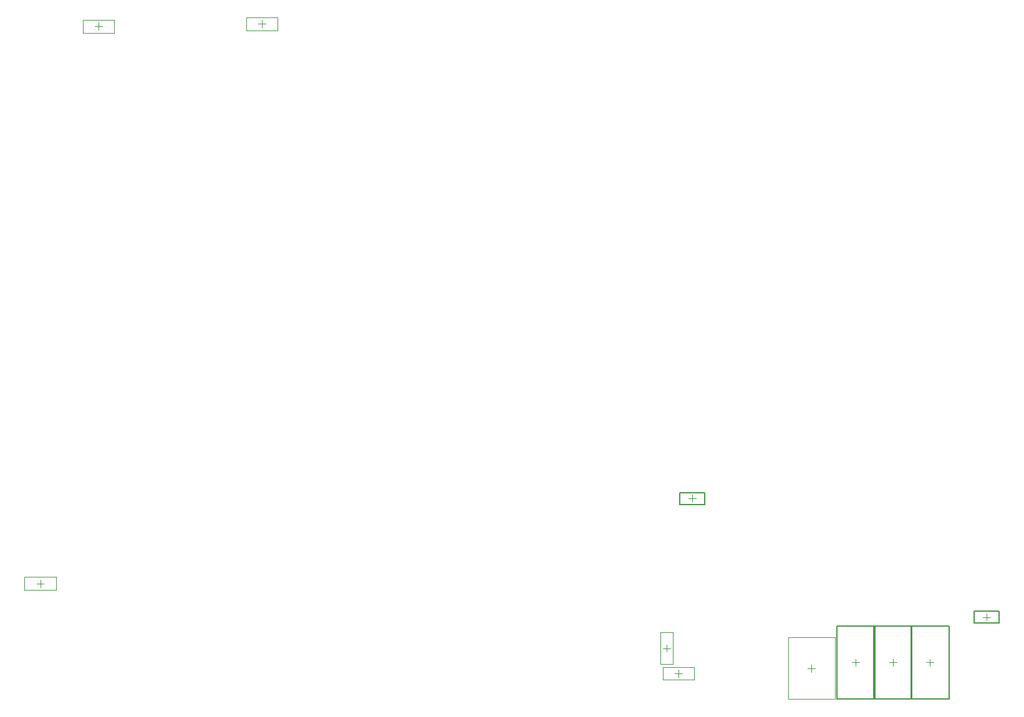
<source format=gbr>
%TF.GenerationSoftware,Altium Limited,Altium Designer,24.3.1 (35)*%
G04 Layer_Color=32768*
%FSLAX43Y43*%
%MOMM*%
%TF.SameCoordinates,76E1361F-AA3B-45A8-A24B-41510BF92E79*%
%TF.FilePolarity,Positive*%
%TF.FileFunction,Other,Mechanical_15*%
%TF.Part,Single*%
G01*
G75*
%TA.AperFunction,NonConductor*%
%ADD94C,0.200*%
%ADD133C,0.100*%
%ADD143C,0.050*%
D94*
X165487Y28700D02*
X168887D01*
X165487D02*
Y30250D01*
X168887D01*
Y28700D02*
Y30250D01*
X208900Y12600D02*
Y14150D01*
X205500D02*
X208900D01*
X205500Y12600D02*
Y14150D01*
Y12600D02*
X208900D01*
X191892Y2210D02*
X197052D01*
X191892D02*
Y12190D01*
X197052D01*
Y2210D02*
Y12190D01*
X196907Y2210D02*
X202067D01*
X196907D02*
Y12190D01*
X202067D01*
Y2210D02*
Y12190D01*
X186852Y2210D02*
X192012D01*
X186852D02*
Y12190D01*
X192012D01*
Y2210D02*
Y12190D01*
D133*
X166687Y29475D02*
X167687D01*
X167187Y28975D02*
Y29975D01*
X207200Y12875D02*
Y13875D01*
X206700Y13375D02*
X207700D01*
X78200Y17925D02*
X79200D01*
X78700Y17425D02*
Y18425D01*
X165326Y5221D02*
Y6221D01*
X164826Y5721D02*
X165826D01*
X86100Y93651D02*
X87100D01*
X86600Y93151D02*
Y94151D01*
X108325Y94000D02*
X109325D01*
X108825Y93500D02*
Y94500D01*
X163747Y8640D02*
Y9640D01*
X163247Y9140D02*
X164247D01*
X193972Y7200D02*
X194972D01*
X194472Y6700D02*
Y7700D01*
X198987Y7200D02*
X199987D01*
X199487Y6700D02*
Y7700D01*
X188932Y7200D02*
X189932D01*
X189432Y6700D02*
Y7700D01*
D143*
X76575Y18800D02*
X80825D01*
X76575Y17050D02*
Y18800D01*
Y17050D02*
X80825D01*
Y18800D01*
X167451Y4846D02*
Y6596D01*
X163201Y4846D02*
X167451D01*
X163201D02*
Y6596D01*
X167451D01*
X84475Y94526D02*
X88725D01*
X84475Y92776D02*
Y94526D01*
Y92776D02*
X88725D01*
Y94526D01*
X106700Y94875D02*
X110950D01*
X106700Y93125D02*
Y94875D01*
Y93125D02*
X110950D01*
Y94875D01*
X162872Y7015D02*
Y11265D01*
Y7015D02*
X164622D01*
Y11265D01*
X162872D02*
X164622D01*
X180225Y10605D02*
X186575D01*
X180225Y2245D02*
Y10605D01*
Y2245D02*
X186575D01*
Y10605D01*
X183400Y5925D02*
Y6925D01*
X182900Y6425D02*
X183900D01*
%TF.MD5,7b9abd1f61086b3139e26e57a940ae73*%
M02*

</source>
